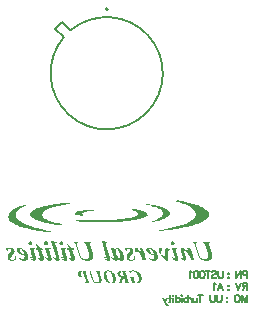
<source format=gbo>
G04*
G04 #@! TF.GenerationSoftware,Altium Limited,Altium Designer,21.8.1 (53)*
G04*
G04 Layer_Color=32896*
%FSLAX25Y25*%
%MOIN*%
G70*
G04*
G04 #@! TF.SameCoordinates,3953C7C4-12BB-4AEB-9917-3EAA161B92D5*
G04*
G04*
G04 #@! TF.FilePolarity,Positive*
G04*
G01*
G75*
%ADD11C,0.00787*%
%ADD15C,0.00500*%
G36*
X45615Y33225D02*
X45914Y33143D01*
X45805Y33089D01*
X45371Y33035D01*
X44366Y32953D01*
X43823Y32899D01*
X42953Y32845D01*
X42519Y32736D01*
X42166Y32600D01*
X41894Y32492D01*
X41486Y32410D01*
X41215Y32301D01*
X41079Y32057D01*
X41133Y31840D01*
X41215Y31758D01*
X41242Y31731D01*
X41296Y31622D01*
X41432Y31432D01*
X41405Y31296D01*
X41324Y31269D01*
X41106Y31215D01*
X40726Y31269D01*
X40183Y31324D01*
X39965Y31378D01*
X39585Y31432D01*
X39096Y31650D01*
X38716Y31813D01*
X38634Y31894D01*
X38580Y32220D01*
X38662Y32301D01*
X39042Y32519D01*
X39504Y32709D01*
X39721Y32763D01*
X40047Y32818D01*
X40672Y32899D01*
X40889Y32953D01*
X41269Y33008D01*
X42003Y33089D01*
X42410Y33171D01*
X42573Y33225D01*
X43768Y33279D01*
X45615Y33225D01*
D02*
G37*
G36*
X63271Y35155D02*
X63488Y35100D01*
X63868Y34937D01*
X64358Y34883D01*
X64575Y34829D01*
X65444Y34775D01*
X65661Y34720D01*
X65960Y34639D01*
X66395Y34476D01*
X66612Y34421D01*
X66965Y34340D01*
X67237Y34231D01*
X67291D01*
X67834Y34068D01*
X68079Y33932D01*
X68432Y33797D01*
X68649Y33742D01*
X69029Y33579D01*
X69192Y33416D01*
X69573Y33199D01*
X69681Y33145D01*
X69871Y32900D01*
X69926Y32792D01*
X70034Y32683D01*
X70252Y32303D01*
X70306Y32140D01*
X70252Y31977D01*
X70197Y31759D01*
X69926Y31379D01*
X69871Y31271D01*
X69790Y31189D01*
X69681Y31135D01*
X69518Y30972D01*
X69410Y30917D01*
X69301Y30809D01*
X69111Y30673D01*
X68758Y30537D01*
X68323Y30266D01*
X67889Y30103D01*
X67345Y29939D01*
X66965Y29776D01*
X66666Y29641D01*
X66259Y29559D01*
X66041Y29505D01*
X65498Y29451D01*
X65036Y29260D01*
X64629Y29179D01*
X64249Y29233D01*
X64222Y29369D01*
X64330Y29423D01*
X64683Y29505D01*
X65118Y29614D01*
X65335Y29831D01*
X65526Y29967D01*
X65879Y30103D01*
X66096Y30157D01*
X66476Y30320D01*
X66585Y30428D01*
X67182Y30754D01*
X67345Y30917D01*
X67454Y30972D01*
X67563Y31080D01*
X67807Y31379D01*
X67861Y31488D01*
X68079Y31814D01*
X68133Y32140D01*
X68079Y32357D01*
X67807Y32737D01*
X67753Y32846D01*
X67563Y33036D01*
X67101Y33335D01*
X66775Y33552D01*
X66259Y33742D01*
X65688Y33987D01*
X65363Y34150D01*
X65145Y34204D01*
X64819Y34258D01*
X64548Y34313D01*
X64195Y34394D01*
X63597Y34775D01*
X63162Y34829D01*
X62402Y34937D01*
X62185Y34992D01*
X62103Y35073D01*
X62130Y35100D01*
X62347Y35155D01*
X62510Y35209D01*
X63271Y35155D01*
D02*
G37*
G36*
X58517Y33469D02*
X59169Y33415D01*
X59441Y33361D01*
X59794Y33279D01*
X60229Y33171D01*
X60582Y33035D01*
X61016Y32926D01*
X61288Y32872D01*
X61641Y32790D01*
X61967Y32573D01*
X62347Y32356D01*
X62456Y32301D01*
X62646Y32111D01*
X62700Y32003D01*
X62809Y31894D01*
X62863Y31514D01*
X62565Y31215D01*
X62456Y31161D01*
X62212Y30916D01*
X61533Y30672D01*
X61234Y30536D01*
X60799Y30373D01*
X60446Y30291D01*
X60229Y30237D01*
X59848Y30183D01*
X59631Y30128D01*
X59332Y30047D01*
X58898Y29938D01*
X58626Y29884D01*
X57920Y29775D01*
X56372Y29585D01*
X56154Y29531D01*
X55041Y29395D01*
X54199Y29314D01*
X54036Y29259D01*
X52406Y29205D01*
X52243Y29151D01*
X47191Y29096D01*
X43225Y29151D01*
X42845Y29205D01*
X40835Y29259D01*
X39096Y29368D01*
X39042D01*
X38770Y29422D01*
X38553Y29476D01*
X38526Y29558D01*
X38634Y29612D01*
X39123Y29667D01*
X47218Y29721D01*
X49174Y29775D01*
X50532Y29830D01*
X51510Y29884D01*
X52162Y29938D01*
X52650Y29993D01*
X53085Y30047D01*
X53411Y30101D01*
X55014Y30291D01*
X55394Y30346D01*
X56127Y30427D01*
X56399Y30481D01*
X56833Y30590D01*
X58001Y30835D01*
X58382Y30943D01*
X58680Y31079D01*
X58952Y31188D01*
X59305Y31324D01*
X59550Y31568D01*
X59767Y31948D01*
X59713Y32166D01*
X59631Y32247D01*
X59522Y32301D01*
X59387Y32437D01*
X59088Y32682D01*
X58735Y32818D01*
X58517Y32872D01*
X58164Y32953D01*
X57893Y33062D01*
X57485Y33469D01*
X57512Y33497D01*
X58517Y33469D01*
D02*
G37*
G36*
X36516Y35425D02*
X36842Y35371D01*
X36896Y35262D01*
X36624Y35153D01*
X36407Y35099D01*
X35782Y35018D01*
X35402Y34963D01*
X34696Y34909D01*
X34316Y34855D01*
X33881Y34746D01*
X33528Y34610D01*
X33093Y34502D01*
X32523Y34420D01*
X32306Y34366D01*
X31925Y34312D01*
X31545Y34203D01*
X31328Y34148D01*
X31301Y34121D01*
X30730Y33931D01*
X30296Y33823D01*
X29616Y33524D01*
X29263Y33388D01*
X28965Y33252D01*
X28666Y33008D01*
X28394Y32845D01*
X28150Y32600D01*
X28095Y32492D01*
X27878Y32166D01*
X27742Y31975D01*
X27688Y31704D01*
X27715Y31405D01*
X27932Y31079D01*
X27987Y30970D01*
X28421Y30536D01*
X28720Y30291D01*
X29209Y30020D01*
X29318Y29965D01*
X29399Y29884D01*
X30078Y29640D01*
X30377Y29504D01*
X30812Y29341D01*
X31029Y29286D01*
X31301Y29232D01*
X31654Y29151D01*
X32115Y28960D01*
X32387Y28852D01*
X32604Y28798D01*
X33501Y28662D01*
X33935Y28553D01*
X34234Y28417D01*
X34207Y28227D01*
X33229Y28173D01*
X32360Y28227D01*
X31980Y28281D01*
X31762Y28336D01*
X31464Y28417D01*
X31246Y28471D01*
X30975Y28526D01*
X30323Y28635D01*
X29807Y28716D01*
X29589Y28770D01*
X29209Y28825D01*
X28992Y28879D01*
X28693Y28960D01*
X28421Y29069D01*
X28204Y29123D01*
X27742Y29205D01*
X27090Y29368D01*
X26792Y29504D01*
X26357Y29667D01*
X26058Y29748D01*
X25569Y29965D01*
X24754Y30400D01*
X24646Y30454D01*
X24320Y30780D01*
X24211Y30835D01*
X24130Y30916D01*
X23804Y31514D01*
X23749Y32003D01*
X24021Y32600D01*
X24157Y32736D01*
X24265Y32790D01*
X24972Y33279D01*
X25243Y33388D01*
X25922Y33687D01*
X26357Y33850D01*
X26710Y33931D01*
X27145Y34040D01*
X27444Y34121D01*
X27878Y34284D01*
X28095Y34339D01*
X28421Y34393D01*
X29128Y34502D01*
X29399Y34556D01*
X30051Y34719D01*
X30323Y34773D01*
X30540Y34828D01*
X30812Y34882D01*
X31518Y34991D01*
X32360Y35072D01*
X33120Y35181D01*
X33555Y35289D01*
X33718Y35344D01*
X34424Y35398D01*
X34587Y35452D01*
X36516Y35425D01*
D02*
G37*
G36*
X73647Y36296D02*
X73864Y36241D01*
X74489Y36051D01*
X74706Y35997D01*
X75358Y35888D01*
X75576Y35834D01*
X75847Y35780D01*
X76065Y35725D01*
X76418Y35644D01*
X76771Y35508D01*
X76988Y35454D01*
X77830Y35263D01*
X78265Y35155D01*
X78645Y34992D01*
X78917Y34883D01*
X79568Y34720D01*
X80166Y34449D01*
X80601Y34286D01*
X81198Y34014D01*
X81905Y33634D01*
X82013Y33579D01*
X82149Y33443D01*
X82448Y33199D01*
X82556Y33145D01*
X82719Y32982D01*
X82937Y32656D01*
X83290Y32140D01*
X83344Y31488D01*
X83236Y31108D01*
X82910Y30619D01*
X82855Y30510D01*
X82747Y30401D01*
X82692Y30293D01*
X82611Y30266D01*
X82502Y30157D01*
X82393Y30103D01*
X82258Y29967D01*
X81959Y29722D01*
X81253Y29342D01*
X80954Y29152D01*
X80682Y29043D01*
X80383Y28962D01*
X79976Y28717D01*
X79704Y28609D01*
X79351Y28527D01*
X78971Y28418D01*
X78400Y28174D01*
X78183Y28120D01*
X77558Y27984D01*
X77124Y27875D01*
X76825Y27794D01*
X76390Y27631D01*
X76119Y27576D01*
X75467Y27468D01*
X74951Y27386D01*
X74897D01*
X74788Y27332D01*
X74489Y27250D01*
X74272Y27196D01*
X74000Y27142D01*
X73783Y27087D01*
X73457Y27033D01*
X73185Y26979D01*
X72669Y26897D01*
X72289Y26843D01*
X71637Y26734D01*
X71338Y26653D01*
X71121Y26599D01*
X70605Y26517D01*
X70442Y26463D01*
X69247Y26408D01*
X68378Y26354D01*
X67997Y26300D01*
X67726Y26191D01*
X67345Y26137D01*
X67182Y26082D01*
X66449Y26110D01*
X66232Y26164D01*
X66259Y26245D01*
X66775Y26327D01*
X67726Y26408D01*
X67943Y26463D01*
X68350Y26707D01*
X68785Y26870D01*
X69355Y26952D01*
X69573Y27006D01*
X70116Y27060D01*
X70333Y27115D01*
X70795Y27250D01*
X71230Y27413D01*
X71583Y27495D01*
X72235Y27604D01*
X72452Y27658D01*
X72914Y27794D01*
X73348Y27957D01*
X73701Y28038D01*
X74082Y28147D01*
X74435Y28283D01*
X75277Y28581D01*
X75494Y28636D01*
X75902Y28880D01*
X76581Y29125D01*
X76907Y29342D01*
X77504Y29668D01*
X77586Y29749D01*
X77885Y29994D01*
X77993Y30048D01*
X78509Y30564D01*
X78944Y31379D01*
X78998Y31705D01*
X78781Y32411D01*
X78618Y32792D01*
X78563Y32900D01*
X78129Y33335D01*
X78075Y33443D01*
X77613Y33797D01*
X77504Y33851D01*
X77287Y34068D01*
X76689Y34394D01*
X75983Y34775D01*
X75304Y35073D01*
X74869Y35236D01*
X74652Y35291D01*
X74245Y35372D01*
X73837Y35616D01*
X73566Y35725D01*
X73348Y35780D01*
X73077Y35834D01*
X72615Y35915D01*
X72343Y36024D01*
X72262Y36105D01*
X72207Y36214D01*
X72289Y36296D01*
X72941Y36350D01*
X73647Y36296D01*
D02*
G37*
G36*
X22283Y34828D02*
X22337Y34719D01*
X22228Y34610D01*
X21875Y34475D01*
X21658Y34420D01*
X21386Y34312D01*
X21223Y34148D01*
X20734Y33877D01*
X20463Y33768D01*
X20381Y33687D01*
X20082Y33442D01*
X19974Y33388D01*
X19349Y32763D01*
X18914Y31948D01*
X18860Y31351D01*
X19132Y30753D01*
X19295Y30373D01*
X19349Y30264D01*
X19919Y29694D01*
X20028Y29640D01*
X20300Y29368D01*
X20897Y29042D01*
X21006Y28988D01*
X21142Y28852D01*
X21658Y28662D01*
X22147Y28444D01*
X22228Y28363D01*
X22744Y28173D01*
X23125Y28064D01*
X23614Y27847D01*
X23885Y27738D01*
X24537Y27575D01*
X24836Y27494D01*
X25433Y27276D01*
X25977Y27168D01*
X26330Y27086D01*
X27281Y26787D01*
X27552Y26733D01*
X27878Y26679D01*
X28449Y26597D01*
X28883Y26489D01*
X29345Y26298D01*
X29861Y26108D01*
X30621Y26000D01*
X30839Y25945D01*
X31083Y25864D01*
X31056Y25782D01*
X30730Y25674D01*
X29834Y25701D01*
X29508Y25755D01*
X29236Y25810D01*
X29019Y25864D01*
X28367Y25973D01*
X27715Y26027D01*
X27117Y26081D01*
X26683Y26136D01*
X26140Y26244D01*
X25705Y26353D01*
X24890Y26516D01*
X24238Y26625D01*
X23776Y26706D01*
X23342Y26815D01*
X22717Y27005D01*
X22500Y27059D01*
X22228Y27113D01*
X21902Y27168D01*
X21549Y27249D01*
X21305Y27331D01*
X20762Y27548D01*
X20463Y27630D01*
X20082Y27738D01*
X19159Y28173D01*
X18833Y28227D01*
X18507Y28444D01*
X17909Y28770D01*
X17692Y28988D01*
X17583Y29042D01*
X17475Y29151D01*
X17366Y29205D01*
X17122Y29449D01*
X17067Y29558D01*
X16741Y29884D01*
X16687Y29993D01*
X16578Y30264D01*
X16524Y30427D01*
X16470Y30970D01*
X16524Y31351D01*
X16633Y31785D01*
X16741Y32057D01*
X16796Y32166D01*
X16986Y32356D01*
X17230Y32655D01*
X17529Y32899D01*
X17638Y32953D01*
X17774Y33089D01*
X18072Y33334D01*
X19050Y33877D01*
X19539Y34094D01*
X19593D01*
X20055Y34339D01*
X20327Y34447D01*
X20544Y34502D01*
X20952Y34583D01*
X21386Y34855D01*
X22201Y34909D01*
X22283Y34828D01*
D02*
G37*
G36*
X71404Y22663D02*
X71552Y22607D01*
X71645Y22533D01*
X71682Y22515D01*
Y22496D01*
X71793Y22348D01*
X71848Y22200D01*
X71867Y22089D01*
Y22052D01*
Y22033D01*
X71830Y21830D01*
X71774Y21682D01*
X71719Y21589D01*
X71682Y21552D01*
X71515Y21441D01*
X71367Y21385D01*
X71256Y21367D01*
X71219D01*
X71034Y21404D01*
X70867Y21460D01*
X70775Y21515D01*
X70737Y21552D01*
X70663Y21626D01*
X70626Y21700D01*
X70552Y21867D01*
X70534Y21978D01*
Y22015D01*
Y22033D01*
Y22126D01*
X70571Y22218D01*
X70626Y22366D01*
X70701Y22459D01*
X70719Y22496D01*
X70737D01*
X70812Y22570D01*
X70886Y22607D01*
X71052Y22681D01*
X71163Y22700D01*
X71311D01*
X71404Y22663D01*
D02*
G37*
G36*
X34347Y22663D02*
X34495Y22607D01*
X34587Y22533D01*
X34624Y22515D01*
Y22496D01*
X34736Y22348D01*
X34791Y22200D01*
X34810Y22089D01*
Y22052D01*
Y22033D01*
X34773Y21830D01*
X34717Y21682D01*
X34661Y21589D01*
X34624Y21552D01*
X34458Y21441D01*
X34310Y21385D01*
X34199Y21367D01*
X34162D01*
X33977Y21404D01*
X33810Y21460D01*
X33718Y21515D01*
X33680Y21552D01*
X33606Y21626D01*
X33569Y21700D01*
X33495Y21867D01*
X33477Y21978D01*
Y22015D01*
Y22033D01*
Y22126D01*
X33514Y22218D01*
X33569Y22366D01*
X33643Y22459D01*
X33662Y22496D01*
X33680D01*
X33755Y22570D01*
X33829Y22607D01*
X33995Y22681D01*
X34106Y22700D01*
X34254D01*
X34347Y22663D01*
D02*
G37*
G36*
X29164D02*
X29312Y22607D01*
X29405Y22533D01*
X29442Y22515D01*
Y22496D01*
X29553Y22348D01*
X29608Y22200D01*
X29627Y22089D01*
Y22052D01*
Y22033D01*
X29590Y21830D01*
X29534Y21682D01*
X29479Y21589D01*
X29442Y21552D01*
X29275Y21441D01*
X29127Y21385D01*
X29016Y21367D01*
X28979D01*
X28794Y21404D01*
X28627Y21460D01*
X28535Y21515D01*
X28498Y21552D01*
X28424Y21626D01*
X28387Y21700D01*
X28313Y21867D01*
X28294Y21978D01*
Y22015D01*
Y22033D01*
Y22126D01*
X28331Y22218D01*
X28387Y22366D01*
X28461Y22459D01*
X28479Y22496D01*
X28498D01*
X28572Y22570D01*
X28646Y22607D01*
X28812Y22681D01*
X28923Y22700D01*
X29072D01*
X29164Y22663D01*
D02*
G37*
G36*
X23981D02*
X24129Y22607D01*
X24222Y22533D01*
X24259Y22515D01*
Y22496D01*
X24370Y22348D01*
X24426Y22200D01*
X24444Y22089D01*
Y22052D01*
Y22033D01*
X24407Y21830D01*
X24351Y21682D01*
X24296Y21589D01*
X24259Y21552D01*
X24092Y21441D01*
X23944Y21385D01*
X23833Y21367D01*
X23796D01*
X23611Y21404D01*
X23445Y21460D01*
X23352Y21515D01*
X23315Y21552D01*
X23241Y21626D01*
X23204Y21700D01*
X23130Y21867D01*
X23111Y21978D01*
Y22015D01*
Y22033D01*
Y22126D01*
X23148Y22218D01*
X23204Y22366D01*
X23278Y22459D01*
X23296Y22496D01*
X23315D01*
X23389Y22570D01*
X23463Y22607D01*
X23630Y22681D01*
X23741Y22700D01*
X23889D01*
X23981Y22663D01*
D02*
G37*
G36*
X57003Y20571D02*
X57170Y20552D01*
X57336Y20497D01*
X57466Y20441D01*
X57577Y20386D01*
X57651Y20349D01*
X57706Y20312D01*
X57725Y20293D01*
X57855Y20164D01*
X57966Y20034D01*
X58040Y19886D01*
X58077Y19738D01*
X58114Y19609D01*
X58132Y19516D01*
Y19442D01*
Y19423D01*
X58114Y19220D01*
X58077Y19053D01*
X58040Y18942D01*
X58021Y18924D01*
Y18905D01*
X57947Y18776D01*
X57855Y18646D01*
X57614Y18350D01*
X57521Y18220D01*
X57429Y18109D01*
X57355Y18035D01*
X57336Y18017D01*
X57133Y17795D01*
X56985Y17591D01*
X56874Y17406D01*
X56818Y17258D01*
X56762Y17147D01*
X56744Y17054D01*
Y16999D01*
Y16980D01*
X56762Y16832D01*
X56818Y16721D01*
X56892Y16628D01*
X56911Y16610D01*
X57040Y16517D01*
X57170Y16480D01*
X57281Y16462D01*
X57318D01*
X57466Y16480D01*
X57614Y16536D01*
X57706Y16573D01*
X57725Y16591D01*
X57744D01*
X57929Y16739D01*
X58077Y16906D01*
X58114Y16980D01*
X58151Y17036D01*
X58188Y17073D01*
Y17091D01*
X58225Y17184D01*
X58262Y17276D01*
X58317Y17498D01*
X58354Y17609D01*
X58373Y17683D01*
X58391Y17739D01*
Y17758D01*
X58558D01*
X58780Y16240D01*
X58614D01*
X58521Y16351D01*
X58410Y16406D01*
X58336Y16425D01*
X58299D01*
X58188Y16406D01*
X58077Y16388D01*
X57966Y16369D01*
X57947Y16351D01*
X57929D01*
X57670Y16295D01*
X57466Y16258D01*
X57392Y16240D01*
X57281D01*
X57003Y16277D01*
X56762Y16332D01*
X56670Y16369D01*
X56596Y16388D01*
X56559Y16425D01*
X56540D01*
X56300Y16591D01*
X56115Y16777D01*
X55985Y16980D01*
X55892Y17165D01*
X55837Y17350D01*
X55818Y17498D01*
X55800Y17591D01*
Y17628D01*
X55818Y17795D01*
X55856Y17961D01*
X55911Y18109D01*
X55967Y18257D01*
X56041Y18387D01*
X56096Y18479D01*
X56133Y18535D01*
X56152Y18553D01*
X56207Y18628D01*
X56300Y18738D01*
X56522Y18998D01*
X56633Y19109D01*
X56726Y19220D01*
X56800Y19294D01*
X56818Y19312D01*
X56929Y19442D01*
X57003Y19553D01*
X57059Y19664D01*
X57096Y19757D01*
X57114Y19831D01*
X57133Y19886D01*
Y19905D01*
Y19923D01*
X57114Y20071D01*
X57059Y20164D01*
X56985Y20238D01*
X56892Y20293D01*
X56818Y20330D01*
X56744Y20349D01*
X56670D01*
X56522Y20330D01*
X56374Y20293D01*
X56263Y20219D01*
X56152Y20164D01*
X56078Y20090D01*
X56022Y20016D01*
X55985Y19979D01*
X55967Y19960D01*
X55892Y19831D01*
X55818Y19682D01*
X55744Y19442D01*
X55707Y19331D01*
X55689Y19257D01*
Y19201D01*
Y19183D01*
X55522D01*
X55319Y20590D01*
X55485D01*
X55578Y20497D01*
X55670Y20460D01*
X55744Y20441D01*
X55874D01*
X55985Y20460D01*
X56059Y20479D01*
X56096D01*
X56374Y20552D01*
X56503Y20571D01*
X56596D01*
X56688Y20590D01*
X56800D01*
X57003Y20571D01*
D02*
G37*
G36*
X17355D02*
X17521Y20552D01*
X17688Y20497D01*
X17817Y20441D01*
X17929Y20386D01*
X18002Y20349D01*
X18058Y20312D01*
X18077Y20293D01*
X18206Y20164D01*
X18317Y20034D01*
X18391Y19886D01*
X18428Y19738D01*
X18465Y19609D01*
X18484Y19516D01*
Y19442D01*
Y19423D01*
X18465Y19220D01*
X18428Y19053D01*
X18391Y18942D01*
X18373Y18924D01*
Y18905D01*
X18299Y18776D01*
X18206Y18646D01*
X17966Y18350D01*
X17873Y18220D01*
X17780Y18109D01*
X17706Y18035D01*
X17688Y18017D01*
X17484Y17795D01*
X17336Y17591D01*
X17225Y17406D01*
X17170Y17258D01*
X17114Y17147D01*
X17096Y17054D01*
Y16999D01*
Y16980D01*
X17114Y16832D01*
X17170Y16721D01*
X17244Y16628D01*
X17262Y16610D01*
X17392Y16517D01*
X17521Y16480D01*
X17632Y16462D01*
X17669D01*
X17817Y16480D01*
X17966Y16536D01*
X18058Y16573D01*
X18077Y16591D01*
X18095D01*
X18280Y16739D01*
X18428Y16906D01*
X18465Y16980D01*
X18502Y17036D01*
X18539Y17073D01*
Y17091D01*
X18576Y17184D01*
X18613Y17276D01*
X18669Y17498D01*
X18706Y17609D01*
X18724Y17683D01*
X18743Y17739D01*
Y17758D01*
X18910D01*
X19132Y16240D01*
X18965D01*
X18872Y16351D01*
X18762Y16406D01*
X18687Y16425D01*
X18650D01*
X18539Y16406D01*
X18428Y16388D01*
X18317Y16369D01*
X18299Y16351D01*
X18280D01*
X18021Y16295D01*
X17817Y16258D01*
X17743Y16240D01*
X17632D01*
X17355Y16277D01*
X17114Y16332D01*
X17021Y16369D01*
X16948Y16388D01*
X16910Y16425D01*
X16892D01*
X16651Y16591D01*
X16466Y16777D01*
X16337Y16980D01*
X16244Y17165D01*
X16189Y17350D01*
X16170Y17498D01*
X16152Y17591D01*
Y17628D01*
X16170Y17795D01*
X16207Y17961D01*
X16263Y18109D01*
X16318Y18257D01*
X16392Y18387D01*
X16448Y18479D01*
X16485Y18535D01*
X16503Y18553D01*
X16559Y18628D01*
X16651Y18738D01*
X16873Y18998D01*
X16984Y19109D01*
X17077Y19220D01*
X17151Y19294D01*
X17170Y19312D01*
X17281Y19442D01*
X17355Y19553D01*
X17410Y19664D01*
X17447Y19757D01*
X17466Y19831D01*
X17484Y19886D01*
Y19905D01*
Y19923D01*
X17466Y20071D01*
X17410Y20164D01*
X17336Y20238D01*
X17244Y20293D01*
X17170Y20330D01*
X17096Y20349D01*
X17021D01*
X16873Y20330D01*
X16725Y20293D01*
X16614Y20219D01*
X16503Y20164D01*
X16429Y20090D01*
X16374Y20016D01*
X16337Y19979D01*
X16318Y19960D01*
X16244Y19831D01*
X16170Y19682D01*
X16096Y19442D01*
X16059Y19331D01*
X16040Y19257D01*
Y19201D01*
Y19183D01*
X15874D01*
X15670Y20590D01*
X15837D01*
X15929Y20497D01*
X16022Y20460D01*
X16096Y20441D01*
X16226D01*
X16337Y20460D01*
X16411Y20479D01*
X16448D01*
X16725Y20552D01*
X16855Y20571D01*
X16948D01*
X17040Y20590D01*
X17151D01*
X17355Y20571D01*
D02*
G37*
G36*
X52746D02*
X52931Y20516D01*
X53097Y20460D01*
X53246Y20386D01*
X53375Y20293D01*
X53468Y20238D01*
X53542Y20182D01*
X53560Y20164D01*
X53764Y19979D01*
X53949Y19775D01*
X54134Y19571D01*
X54282Y19368D01*
X54393Y19183D01*
X54486Y19035D01*
X54541Y18942D01*
X54560Y18924D01*
Y18905D01*
X54689Y18609D01*
X54800Y18313D01*
X54874Y18054D01*
X54912Y17813D01*
X54949Y17628D01*
X54967Y17480D01*
Y17387D01*
Y17350D01*
X54949Y17147D01*
X54930Y16980D01*
X54893Y16832D01*
X54838Y16702D01*
X54782Y16610D01*
X54726Y16517D01*
X54578Y16388D01*
X54430Y16295D01*
X54319Y16258D01*
X54227Y16240D01*
X54190D01*
X54079Y16258D01*
X53967Y16277D01*
X53764Y16351D01*
X53690Y16388D01*
X53634Y16406D01*
X53597Y16443D01*
X53579D01*
X53394Y16610D01*
X53227Y16814D01*
X53042Y17017D01*
X52894Y17239D01*
X52764Y17424D01*
X52672Y17591D01*
X52598Y17702D01*
X52587Y17713D01*
X52690Y17369D01*
X52727Y17202D01*
X52764Y17054D01*
X52783Y16943D01*
X52801Y16850D01*
X52820Y16777D01*
Y16739D01*
Y16702D01*
X52801Y16554D01*
X52746Y16443D01*
X52653Y16351D01*
X52561Y16295D01*
X52468Y16258D01*
X52376Y16240D01*
X52302D01*
X52135Y16258D01*
X51987Y16295D01*
X51839Y16351D01*
X51691Y16425D01*
X51450Y16591D01*
X51228Y16814D01*
X51043Y17017D01*
X50913Y17202D01*
X50858Y17258D01*
X50839Y17313D01*
X50802Y17350D01*
Y17369D01*
X50969Y17461D01*
X51061Y17332D01*
X51135Y17239D01*
X51191Y17165D01*
X51228Y17110D01*
X51284Y17036D01*
X51302Y17017D01*
X51413Y16943D01*
X51487Y16906D01*
X51543Y16887D01*
X51561D01*
X51635Y16906D01*
X51672Y16962D01*
X51691Y16999D01*
Y17017D01*
X51672Y17091D01*
Y17128D01*
X50691Y20534D01*
X51783Y20460D01*
X51931Y19905D01*
X51987Y20127D01*
X52079Y20293D01*
X52191Y20423D01*
X52302Y20497D01*
X52413Y20552D01*
X52487Y20571D01*
X52561Y20590D01*
X52579D01*
X52746Y20571D01*
D02*
G37*
G36*
X77827Y20312D02*
X77864Y20145D01*
X77716D01*
X77623Y20127D01*
X77586Y20108D01*
X77568D01*
X77475Y20053D01*
X77438Y19979D01*
X77420Y19923D01*
Y19905D01*
Y19812D01*
X77438Y19720D01*
X77475Y19516D01*
X77494Y19423D01*
X77512Y19349D01*
X77531Y19294D01*
Y19275D01*
X78382Y16369D01*
X77235D01*
X76846Y17702D01*
X76624Y18128D01*
X76402Y18479D01*
X76198Y18794D01*
X76013Y19053D01*
X75846Y19238D01*
X75735Y19386D01*
X75643Y19460D01*
X75624Y19497D01*
X75532Y19571D01*
X75458Y19646D01*
X75328Y19701D01*
X75254Y19738D01*
X75217D01*
X75143Y19720D01*
X75106Y19682D01*
X75087Y19627D01*
Y19609D01*
Y19534D01*
X75106Y19442D01*
X75124Y19368D01*
X75143Y19349D01*
Y19331D01*
X75717Y17387D01*
X75772Y17147D01*
X75791Y16962D01*
X75809Y16850D01*
Y16832D01*
Y16814D01*
X75791Y16647D01*
X75717Y16517D01*
X75624Y16443D01*
X75513Y16369D01*
X75402Y16332D01*
X75309Y16314D01*
X75217D01*
X75087Y16332D01*
X74939Y16369D01*
X74810Y16425D01*
X74680Y16499D01*
X74440Y16665D01*
X74236Y16887D01*
X74051Y17091D01*
X73921Y17276D01*
X73884Y17332D01*
X73847Y17387D01*
X73810Y17424D01*
Y17443D01*
X73995Y17554D01*
X74051Y17461D01*
X74088Y17406D01*
X74125Y17369D01*
Y17350D01*
X74236Y17184D01*
X74347Y17073D01*
X74421Y16999D01*
X74440Y16980D01*
X74495Y16943D01*
X74532D01*
X74588Y16962D01*
X74625Y16999D01*
X74643Y17036D01*
Y17054D01*
X74625Y17147D01*
X74606Y17258D01*
X74588Y17350D01*
X74569Y17369D01*
Y17387D01*
X73995Y19331D01*
X73921Y19590D01*
X73903Y19775D01*
X73884Y19849D01*
Y19905D01*
Y19923D01*
Y19942D01*
X73903Y20127D01*
X73958Y20256D01*
X74014Y20349D01*
X74032Y20386D01*
X74106Y20460D01*
X74162Y20497D01*
X74310Y20571D01*
X74421Y20590D01*
X74569D01*
X74680Y20552D01*
X74902Y20460D01*
X75106Y20330D01*
X75309Y20201D01*
X75476Y20053D01*
X75624Y19923D01*
X75698Y19831D01*
X75735Y19812D01*
Y19794D01*
X75846Y19664D01*
X75976Y19479D01*
X76105Y19294D01*
X76253Y19109D01*
X76365Y18924D01*
X76476Y18776D01*
X76550Y18665D01*
X76561Y18653D01*
X76013Y20590D01*
X76291D01*
X77827Y20312D01*
D02*
G37*
G36*
X61853Y20293D02*
X61890Y20164D01*
X61742D01*
X61649Y20145D01*
X61594Y20127D01*
X61575D01*
X61483Y20053D01*
X61427Y19960D01*
X61409Y19868D01*
Y19849D01*
Y19831D01*
Y19775D01*
X61427Y19720D01*
X61445Y19553D01*
X61464Y19479D01*
X61483Y19423D01*
X61501Y19386D01*
Y19368D01*
X62241Y16369D01*
X61149D01*
X61057Y16702D01*
X60983Y16980D01*
X60927Y17202D01*
X60872Y17387D01*
X60835Y17517D01*
X60798Y17591D01*
X60779Y17646D01*
Y17665D01*
X60631Y18054D01*
X60483Y18368D01*
X60353Y18646D01*
X60242Y18850D01*
X60150Y19016D01*
X60076Y19127D01*
X60039Y19201D01*
X60020Y19220D01*
X59946Y19312D01*
X59872Y19386D01*
X59798Y19442D01*
X59743Y19479D01*
X59669Y19516D01*
X59650D01*
X59595Y19497D01*
X59576Y19479D01*
X59557Y19442D01*
X59502Y19368D01*
X59465Y19294D01*
X59446Y19275D01*
Y19257D01*
X59372Y19183D01*
X59280Y19146D01*
X59206Y19127D01*
X59187D01*
X59058Y19164D01*
X58965Y19220D01*
X58891Y19275D01*
X58873Y19312D01*
X58799Y19423D01*
X58743Y19553D01*
X58669Y19794D01*
Y19905D01*
X58650Y19979D01*
Y20034D01*
Y20053D01*
X58669Y20238D01*
X58724Y20367D01*
X58799Y20460D01*
X58873Y20516D01*
X58947Y20571D01*
X59021Y20590D01*
X59095D01*
X59187Y20571D01*
X59298Y20552D01*
X59465Y20460D01*
X59576Y20367D01*
X59595Y20349D01*
X59613Y20330D01*
X59706Y20238D01*
X59798Y20108D01*
X59891Y19960D01*
X59983Y19775D01*
X60205Y19405D01*
X60409Y19016D01*
X60594Y18628D01*
X60687Y18461D01*
X60742Y18313D01*
X60816Y18202D01*
X60853Y18091D01*
X60872Y18035D01*
X60890Y18017D01*
X60205Y20590D01*
X60483D01*
X61853Y20293D01*
D02*
G37*
G36*
X70460Y20182D02*
Y20016D01*
X70330Y20034D01*
X70275D01*
X70164Y20016D01*
X70090Y19960D01*
X69942Y19812D01*
X69905Y19738D01*
X69868Y19664D01*
X69849Y19627D01*
Y19609D01*
X69793Y19442D01*
X69757Y19257D01*
X69683Y18813D01*
X69646Y18350D01*
X69608Y17887D01*
X69590Y17665D01*
Y17461D01*
X69571Y17276D01*
Y17110D01*
Y16980D01*
Y16887D01*
Y16814D01*
Y16795D01*
Y16628D01*
Y16443D01*
Y16369D01*
Y16295D01*
Y16258D01*
Y16240D01*
X69423D01*
X69016Y16573D01*
X68664Y16887D01*
X68368Y17147D01*
X68109Y17387D01*
X67924Y17572D01*
X67776Y17702D01*
X67702Y17776D01*
X67665Y17813D01*
X67424Y18072D01*
X67239Y18313D01*
X67165Y18405D01*
X67110Y18479D01*
X67073Y18535D01*
X67054Y18553D01*
X66887Y18831D01*
X66758Y19090D01*
X66684Y19312D01*
X66610Y19497D01*
X66573Y19664D01*
X66554Y19794D01*
Y19868D01*
Y19886D01*
Y19997D01*
X66591Y20108D01*
X66647Y20275D01*
X66721Y20386D01*
X66739Y20404D01*
X66758Y20423D01*
X66869Y20516D01*
X66998Y20571D01*
X67110Y20590D01*
X67147D01*
X67332Y20571D01*
X67461Y20497D01*
X67554Y20404D01*
X67609Y20312D01*
X67646Y20201D01*
X67683Y20108D01*
Y20034D01*
Y20016D01*
Y19942D01*
X67665Y19886D01*
X67646Y19849D01*
Y19831D01*
X67628Y19794D01*
X67609Y19757D01*
X67535Y19627D01*
X67480Y19534D01*
X67443Y19497D01*
Y19479D01*
X67350Y19331D01*
X67313Y19201D01*
X67295Y19127D01*
Y19090D01*
X67313Y18979D01*
X67350Y18850D01*
X67406Y18720D01*
X67480Y18590D01*
X67665Y18294D01*
X67887Y18017D01*
X68109Y17776D01*
X68294Y17572D01*
X68368Y17498D01*
X68424Y17443D01*
X68461Y17406D01*
X68479Y17387D01*
X68498Y18091D01*
X68516Y18405D01*
X68535Y18701D01*
X68572Y18998D01*
X68609Y19257D01*
X68646Y19497D01*
X68701Y19720D01*
X68739Y19923D01*
X68775Y20090D01*
X68813Y20238D01*
X68849Y20367D01*
X68887Y20460D01*
X68905Y20534D01*
X68924Y20571D01*
Y20590D01*
X70460Y20182D01*
D02*
G37*
G36*
X72737Y20330D02*
X72792Y20164D01*
X72644D01*
X72533Y20145D01*
X72459Y20127D01*
X72385Y20090D01*
X72348Y20034D01*
X72311Y19942D01*
Y19923D01*
Y19905D01*
X72329Y19757D01*
X72348Y19609D01*
X72366Y19534D01*
X72385Y19479D01*
X72403Y19442D01*
Y19423D01*
X73033Y17239D01*
X73070Y17073D01*
X73088Y16925D01*
X73107Y16850D01*
Y16814D01*
X73070Y16628D01*
X72996Y16480D01*
X72903Y16388D01*
X72774Y16314D01*
X72663Y16277D01*
X72552Y16258D01*
X72478Y16240D01*
X72459D01*
X72311Y16258D01*
X72181Y16295D01*
X72033Y16351D01*
X71904Y16425D01*
X71663Y16610D01*
X71441Y16832D01*
X71256Y17054D01*
X71126Y17239D01*
X71071Y17313D01*
X71034Y17369D01*
X70997Y17406D01*
Y17424D01*
X71163Y17535D01*
X71256Y17387D01*
X71367Y17258D01*
X71441Y17147D01*
X71515Y17054D01*
X71570Y16980D01*
X71626Y16943D01*
X71645Y16925D01*
X71663Y16906D01*
X71719Y16869D01*
X71756Y16850D01*
X71811D01*
X71885Y16869D01*
X71922Y16925D01*
X71941Y16962D01*
Y16980D01*
X71922Y17073D01*
X71904Y17202D01*
X71885Y17313D01*
X71867Y17332D01*
Y17350D01*
X70923Y20590D01*
X71200D01*
X72737Y20330D01*
D02*
G37*
G36*
X49358Y22422D02*
X49395Y22255D01*
X49247D01*
X49136Y22218D01*
X49044Y22181D01*
X48988Y22126D01*
X48951Y22089D01*
X48933Y22033D01*
Y22015D01*
Y21996D01*
Y21941D01*
X48951Y21885D01*
X48970Y21719D01*
X48988Y21645D01*
X49007Y21589D01*
X49025Y21552D01*
Y21533D01*
X50266Y17332D01*
X50321Y17091D01*
X50340Y16925D01*
X50358Y16814D01*
Y16777D01*
X50321Y16591D01*
X50247Y16462D01*
X50154Y16369D01*
X50025Y16314D01*
X49914Y16277D01*
X49803Y16240D01*
X49710D01*
X49581Y16258D01*
X49433Y16295D01*
X49303Y16351D01*
X49173Y16425D01*
X48933Y16610D01*
X48711Y16832D01*
X48526Y17054D01*
X48377Y17239D01*
X48322Y17313D01*
X48285Y17369D01*
X48248Y17406D01*
Y17424D01*
X48433Y17517D01*
X48526Y17369D01*
X48618Y17239D01*
X48692Y17128D01*
X48766Y17054D01*
X48822Y16980D01*
X48877Y16943D01*
X48896Y16925D01*
X48914Y16906D01*
X48970Y16869D01*
X49007Y16850D01*
X49062D01*
X49136Y16869D01*
X49173Y16925D01*
X49192Y16962D01*
Y16980D01*
Y17036D01*
X49173Y17110D01*
X49118Y17313D01*
X49099Y17406D01*
X49081Y17480D01*
X49062Y17535D01*
Y17554D01*
X47563Y22700D01*
X47841D01*
X49358Y22422D01*
D02*
G37*
G36*
X35680Y20330D02*
X35735Y20164D01*
X35587D01*
X35476Y20145D01*
X35402Y20127D01*
X35328Y20090D01*
X35291Y20034D01*
X35254Y19942D01*
Y19923D01*
Y19905D01*
X35272Y19757D01*
X35291Y19609D01*
X35309Y19534D01*
X35328Y19479D01*
X35346Y19442D01*
Y19423D01*
X35976Y17239D01*
X36013Y17073D01*
X36031Y16925D01*
X36050Y16850D01*
Y16814D01*
X36013Y16628D01*
X35939Y16480D01*
X35846Y16388D01*
X35717Y16314D01*
X35606Y16277D01*
X35495Y16258D01*
X35421Y16240D01*
X35402D01*
X35254Y16258D01*
X35124Y16295D01*
X34976Y16351D01*
X34847Y16425D01*
X34606Y16610D01*
X34384Y16832D01*
X34199Y17054D01*
X34069Y17239D01*
X34014Y17313D01*
X33977Y17369D01*
X33940Y17406D01*
Y17424D01*
X34106Y17535D01*
X34199Y17387D01*
X34310Y17258D01*
X34384Y17147D01*
X34458Y17054D01*
X34514Y16980D01*
X34569Y16943D01*
X34587Y16925D01*
X34606Y16906D01*
X34661Y16869D01*
X34699Y16850D01*
X34754D01*
X34828Y16869D01*
X34865Y16925D01*
X34884Y16962D01*
Y16980D01*
X34865Y17073D01*
X34847Y17202D01*
X34828Y17313D01*
X34810Y17332D01*
Y17350D01*
X33866Y20590D01*
X34143D01*
X35680Y20330D01*
D02*
G37*
G36*
X32514Y22422D02*
X32551Y22255D01*
X32403D01*
X32292Y22218D01*
X32200Y22181D01*
X32144Y22126D01*
X32107Y22089D01*
X32089Y22033D01*
Y22015D01*
Y21996D01*
Y21941D01*
X32107Y21885D01*
X32126Y21719D01*
X32144Y21645D01*
X32163Y21589D01*
X32181Y21552D01*
Y21533D01*
X33421Y17332D01*
X33477Y17091D01*
X33495Y16925D01*
X33514Y16814D01*
Y16777D01*
X33477Y16591D01*
X33403Y16462D01*
X33310Y16369D01*
X33181Y16314D01*
X33070Y16277D01*
X32959Y16240D01*
X32866D01*
X32737Y16258D01*
X32588Y16295D01*
X32459Y16351D01*
X32329Y16425D01*
X32089Y16610D01*
X31866Y16832D01*
X31681Y17054D01*
X31533Y17239D01*
X31478Y17313D01*
X31441Y17369D01*
X31404Y17406D01*
Y17424D01*
X31589Y17517D01*
X31681Y17369D01*
X31774Y17239D01*
X31848Y17128D01*
X31922Y17054D01*
X31978Y16980D01*
X32033Y16943D01*
X32052Y16925D01*
X32070Y16906D01*
X32126Y16869D01*
X32163Y16850D01*
X32218D01*
X32292Y16869D01*
X32329Y16925D01*
X32348Y16962D01*
Y16980D01*
Y17036D01*
X32329Y17110D01*
X32274Y17313D01*
X32255Y17406D01*
X32237Y17480D01*
X32218Y17535D01*
Y17554D01*
X30719Y22700D01*
X30997D01*
X32514Y22422D01*
D02*
G37*
G36*
X30497Y20330D02*
X30552Y20164D01*
X30404D01*
X30293Y20145D01*
X30219Y20127D01*
X30145Y20090D01*
X30108Y20034D01*
X30071Y19942D01*
Y19923D01*
Y19905D01*
X30090Y19757D01*
X30108Y19609D01*
X30127Y19534D01*
X30145Y19479D01*
X30164Y19442D01*
Y19423D01*
X30793Y17239D01*
X30830Y17073D01*
X30849Y16925D01*
X30867Y16850D01*
Y16814D01*
X30830Y16628D01*
X30756Y16480D01*
X30663Y16388D01*
X30534Y16314D01*
X30423Y16277D01*
X30312Y16258D01*
X30238Y16240D01*
X30219D01*
X30071Y16258D01*
X29941Y16295D01*
X29793Y16351D01*
X29664Y16425D01*
X29423Y16610D01*
X29201Y16832D01*
X29016Y17054D01*
X28886Y17239D01*
X28831Y17313D01*
X28794Y17369D01*
X28757Y17406D01*
Y17424D01*
X28923Y17535D01*
X29016Y17387D01*
X29127Y17258D01*
X29201Y17147D01*
X29275Y17054D01*
X29331Y16980D01*
X29386Y16943D01*
X29405Y16925D01*
X29423Y16906D01*
X29479Y16869D01*
X29516Y16850D01*
X29571D01*
X29645Y16869D01*
X29682Y16925D01*
X29701Y16962D01*
Y16980D01*
X29682Y17073D01*
X29664Y17202D01*
X29645Y17313D01*
X29627Y17332D01*
Y17350D01*
X28683Y20590D01*
X28960D01*
X30497Y20330D01*
D02*
G37*
G36*
X25314D02*
X25370Y20164D01*
X25221D01*
X25110Y20145D01*
X25036Y20127D01*
X24962Y20090D01*
X24925Y20034D01*
X24888Y19942D01*
Y19923D01*
Y19905D01*
X24907Y19757D01*
X24925Y19609D01*
X24944Y19534D01*
X24962Y19479D01*
X24981Y19442D01*
Y19423D01*
X25610Y17239D01*
X25647Y17073D01*
X25666Y16925D01*
X25684Y16850D01*
Y16814D01*
X25647Y16628D01*
X25573Y16480D01*
X25481Y16388D01*
X25351Y16314D01*
X25240Y16277D01*
X25129Y16258D01*
X25055Y16240D01*
X25036D01*
X24888Y16258D01*
X24759Y16295D01*
X24611Y16351D01*
X24481Y16425D01*
X24240Y16610D01*
X24018Y16832D01*
X23833Y17054D01*
X23704Y17239D01*
X23648Y17313D01*
X23611Y17369D01*
X23574Y17406D01*
Y17424D01*
X23741Y17535D01*
X23833Y17387D01*
X23944Y17258D01*
X24018Y17147D01*
X24092Y17054D01*
X24148Y16980D01*
X24203Y16943D01*
X24222Y16925D01*
X24240Y16906D01*
X24296Y16869D01*
X24333Y16850D01*
X24388D01*
X24463Y16869D01*
X24500Y16925D01*
X24518Y16962D01*
Y16980D01*
X24500Y17073D01*
X24481Y17202D01*
X24463Y17313D01*
X24444Y17332D01*
Y17350D01*
X23500Y20590D01*
X23778D01*
X25314Y20330D01*
D02*
G37*
G36*
X63500Y20571D02*
X63778Y20516D01*
X64037Y20441D01*
X64259Y20367D01*
X64463Y20275D01*
X64611Y20201D01*
X64703Y20145D01*
X64740Y20127D01*
X64999Y19960D01*
X65222Y19775D01*
X65407Y19571D01*
X65573Y19386D01*
X65703Y19238D01*
X65814Y19090D01*
X65869Y19016D01*
X65888Y18979D01*
X66036Y18701D01*
X66147Y18424D01*
X66240Y18165D01*
X66295Y17943D01*
X66332Y17739D01*
X66351Y17572D01*
Y17480D01*
Y17461D01*
Y17443D01*
X66332Y17239D01*
X66295Y17054D01*
X66221Y16887D01*
X66147Y16739D01*
X66036Y16628D01*
X65925Y16536D01*
X65666Y16388D01*
X65425Y16295D01*
X65203Y16258D01*
X65129Y16240D01*
X64999D01*
X64777Y16258D01*
X64574Y16295D01*
X64370Y16351D01*
X64185Y16425D01*
X63815Y16610D01*
X63500Y16832D01*
X63241Y17036D01*
X63037Y17221D01*
X62963Y17295D01*
X62908Y17350D01*
X62889Y17387D01*
X62871Y17406D01*
X63019Y17535D01*
X63297Y17295D01*
X63556Y17128D01*
X63796Y16999D01*
X64000Y16925D01*
X64166Y16869D01*
X64296Y16850D01*
X64370Y16832D01*
X64407D01*
X64648Y16869D01*
X64833Y16943D01*
X64944Y17073D01*
X65036Y17202D01*
X65092Y17332D01*
X65110Y17461D01*
X65129Y17535D01*
Y17572D01*
Y17720D01*
X65110Y17887D01*
Y17961D01*
X65092Y18017D01*
Y18054D01*
Y18072D01*
X64888Y18091D01*
X64722Y18109D01*
X64574Y18128D01*
X64444Y18146D01*
X64333Y18165D01*
X64259Y18183D01*
X64222Y18202D01*
X64204D01*
X63833Y18331D01*
X63500Y18498D01*
X63241Y18683D01*
X63019Y18868D01*
X62852Y19035D01*
X62741Y19164D01*
X62667Y19257D01*
X62649Y19294D01*
X62575Y19405D01*
X62538Y19534D01*
X62464Y19738D01*
Y19812D01*
X62445Y19886D01*
Y19923D01*
Y19942D01*
X62482Y20164D01*
X62575Y20312D01*
X62686Y20423D01*
X62834Y20516D01*
X62982Y20552D01*
X63093Y20571D01*
X63186Y20590D01*
X63222D01*
X63500Y20571D01*
D02*
G37*
G36*
X20224Y20571D02*
X20501Y20516D01*
X20761Y20441D01*
X20983Y20367D01*
X21186Y20275D01*
X21334Y20201D01*
X21427Y20145D01*
X21464Y20127D01*
X21723Y19960D01*
X21945Y19775D01*
X22130Y19571D01*
X22297Y19386D01*
X22426Y19238D01*
X22537Y19090D01*
X22593Y19016D01*
X22612Y18979D01*
X22760Y18701D01*
X22871Y18424D01*
X22963Y18165D01*
X23019Y17943D01*
X23056Y17739D01*
X23074Y17572D01*
Y17480D01*
Y17461D01*
Y17443D01*
X23056Y17239D01*
X23019Y17054D01*
X22945Y16887D01*
X22871Y16739D01*
X22760Y16628D01*
X22649Y16536D01*
X22389Y16388D01*
X22149Y16295D01*
X21927Y16258D01*
X21853Y16240D01*
X21723D01*
X21501Y16258D01*
X21297Y16295D01*
X21094Y16351D01*
X20909Y16425D01*
X20538Y16610D01*
X20224Y16832D01*
X19965Y17036D01*
X19761Y17221D01*
X19687Y17295D01*
X19631Y17350D01*
X19613Y17387D01*
X19594Y17406D01*
X19742Y17535D01*
X20020Y17295D01*
X20279Y17128D01*
X20520Y16999D01*
X20723Y16925D01*
X20890Y16869D01*
X21020Y16850D01*
X21094Y16832D01*
X21131D01*
X21371Y16869D01*
X21556Y16943D01*
X21667Y17073D01*
X21760Y17202D01*
X21816Y17332D01*
X21834Y17461D01*
X21853Y17535D01*
Y17572D01*
Y17720D01*
X21834Y17887D01*
Y17961D01*
X21816Y18017D01*
Y18054D01*
Y18072D01*
X21612Y18091D01*
X21445Y18109D01*
X21297Y18128D01*
X21168Y18146D01*
X21057Y18165D01*
X20983Y18183D01*
X20946Y18202D01*
X20927D01*
X20557Y18331D01*
X20224Y18498D01*
X19965Y18683D01*
X19742Y18868D01*
X19576Y19035D01*
X19465Y19164D01*
X19391Y19257D01*
X19372Y19294D01*
X19298Y19405D01*
X19261Y19534D01*
X19187Y19738D01*
Y19812D01*
X19169Y19886D01*
Y19923D01*
Y19942D01*
X19206Y20164D01*
X19298Y20312D01*
X19409Y20423D01*
X19557Y20516D01*
X19705Y20552D01*
X19816Y20571D01*
X19909Y20590D01*
X19946D01*
X20224Y20571D01*
D02*
G37*
G36*
X36735Y21330D02*
X37086Y21034D01*
X37401Y20793D01*
X37716Y20590D01*
X37975Y20441D01*
X38160Y20349D01*
X38234Y20312D01*
X38289Y20293D01*
X38326Y20275D01*
X38345D01*
X38419Y19942D01*
X37808D01*
X38530Y17461D01*
X38586Y17184D01*
X38623Y17073D01*
Y16980D01*
X38641Y16906D01*
Y16850D01*
Y16814D01*
Y16795D01*
X38604Y16610D01*
X38530Y16480D01*
X38438Y16369D01*
X38308Y16314D01*
X38197Y16277D01*
X38086Y16258D01*
X38012Y16240D01*
X37993D01*
X37845Y16258D01*
X37697Y16277D01*
X37420Y16406D01*
X37179Y16573D01*
X36957Y16758D01*
X36790Y16943D01*
X36661Y17110D01*
X36568Y17239D01*
X36550Y17258D01*
Y17276D01*
X36716Y17387D01*
X36809Y17239D01*
X36901Y17128D01*
X36994Y17036D01*
X37068Y16943D01*
X37123Y16887D01*
X37160Y16850D01*
X37179Y16814D01*
X37197D01*
X37253Y16777D01*
X37308Y16758D01*
X37364D01*
X37438Y16777D01*
X37475Y16832D01*
X37494Y16887D01*
Y16906D01*
X37475Y17017D01*
X37457Y17147D01*
X37438Y17258D01*
X37420Y17276D01*
Y17295D01*
X36661Y19942D01*
X36068D01*
X35902Y20460D01*
X36494D01*
X36142Y21700D01*
X36383D01*
X36735Y21330D01*
D02*
G37*
G36*
X26369D02*
X26721Y21034D01*
X27035Y20793D01*
X27350Y20590D01*
X27609Y20441D01*
X27794Y20349D01*
X27868Y20312D01*
X27924Y20293D01*
X27961Y20275D01*
X27979D01*
X28054Y19942D01*
X27443D01*
X28164Y17461D01*
X28220Y17184D01*
X28257Y17073D01*
Y16980D01*
X28276Y16906D01*
Y16850D01*
Y16814D01*
Y16795D01*
X28239Y16610D01*
X28164Y16480D01*
X28072Y16369D01*
X27942Y16314D01*
X27831Y16277D01*
X27720Y16258D01*
X27646Y16240D01*
X27628D01*
X27480Y16258D01*
X27332Y16277D01*
X27054Y16406D01*
X26813Y16573D01*
X26591Y16758D01*
X26425Y16943D01*
X26295Y17110D01*
X26202Y17239D01*
X26184Y17258D01*
Y17276D01*
X26351Y17387D01*
X26443Y17239D01*
X26536Y17128D01*
X26628Y17036D01*
X26702Y16943D01*
X26758Y16887D01*
X26795Y16850D01*
X26813Y16814D01*
X26832D01*
X26887Y16777D01*
X26943Y16758D01*
X26998D01*
X27072Y16777D01*
X27110Y16832D01*
X27128Y16887D01*
Y16906D01*
X27110Y17017D01*
X27091Y17147D01*
X27072Y17258D01*
X27054Y17276D01*
Y17295D01*
X26295Y19942D01*
X25703D01*
X25536Y20460D01*
X26128D01*
X25777Y21700D01*
X26017D01*
X26369Y21330D01*
D02*
G37*
G36*
X84028Y22385D02*
X83787Y22348D01*
X83602Y22292D01*
X83472Y22237D01*
X83380Y22163D01*
X83324Y22089D01*
X83306Y22033D01*
X83287Y21996D01*
Y21978D01*
X83306Y21811D01*
X83343Y21645D01*
X83361Y21571D01*
X83380Y21497D01*
X83398Y21460D01*
Y21441D01*
X84194Y18720D01*
X84250Y18498D01*
X84287Y18313D01*
X84324Y18146D01*
X84342Y17998D01*
Y17906D01*
X84361Y17813D01*
Y17776D01*
Y17758D01*
X84342Y17535D01*
X84305Y17350D01*
X84231Y17184D01*
X84157Y17036D01*
X84083Y16906D01*
X84009Y16814D01*
X83972Y16758D01*
X83954Y16739D01*
X83732Y16573D01*
X83472Y16443D01*
X83195Y16351D01*
X82917Y16295D01*
X82677Y16258D01*
X82473Y16221D01*
X82288D01*
X81881Y16258D01*
X81529Y16332D01*
X81214Y16425D01*
X80974Y16554D01*
X80770Y16665D01*
X80622Y16777D01*
X80529Y16850D01*
X80492Y16869D01*
X80289Y17091D01*
X80104Y17369D01*
X79956Y17646D01*
X79826Y17924D01*
X79715Y18183D01*
X79641Y18405D01*
X79622Y18479D01*
X79604Y18535D01*
X79585Y18572D01*
Y18590D01*
X78771Y21441D01*
X78715Y21626D01*
X78641Y21793D01*
X78567Y21922D01*
X78475Y22015D01*
X78419Y22107D01*
X78364Y22163D01*
X78327Y22181D01*
X78308Y22200D01*
X78141Y22292D01*
X77956Y22348D01*
X77882Y22366D01*
X77808Y22385D01*
X77753D01*
X77697Y22552D01*
X79789D01*
X79826Y22385D01*
X79678D01*
X79548Y22366D01*
X79456Y22348D01*
X79382Y22330D01*
X79326Y22311D01*
X79289Y22292D01*
X79252Y22274D01*
X79178Y22218D01*
X79141Y22144D01*
X79067Y21996D01*
X79049Y21885D01*
Y21848D01*
Y21830D01*
X79067Y21700D01*
X79086Y21589D01*
X79104Y21478D01*
X79123Y21460D01*
Y21441D01*
X79918Y18628D01*
X80011Y18350D01*
X80104Y18091D01*
X80196Y17869D01*
X80289Y17702D01*
X80363Y17572D01*
X80418Y17461D01*
X80455Y17406D01*
X80474Y17387D01*
X80659Y17165D01*
X80881Y16999D01*
X81122Y16869D01*
X81344Y16795D01*
X81566Y16739D01*
X81732Y16721D01*
X81844Y16702D01*
X81881D01*
X82047Y16721D01*
X82195Y16739D01*
X82325Y16777D01*
X82436Y16814D01*
X82528Y16850D01*
X82602Y16887D01*
X82639Y16925D01*
X82658D01*
X82769Y17036D01*
X82862Y17147D01*
X82917Y17258D01*
X82973Y17369D01*
X82991Y17480D01*
X83010Y17554D01*
Y17609D01*
Y17628D01*
Y17795D01*
X82973Y17980D01*
X82954Y18146D01*
X82917Y18331D01*
X82880Y18479D01*
X82862Y18609D01*
X82825Y18683D01*
Y18720D01*
X82029Y21441D01*
X81973Y21608D01*
X81918Y21756D01*
X81862Y21885D01*
X81806Y21978D01*
X81770Y22052D01*
X81732Y22107D01*
X81695Y22144D01*
X81603Y22218D01*
X81473Y22292D01*
X81233Y22348D01*
X81122Y22366D01*
X81029Y22385D01*
X80955D01*
X80900Y22552D01*
X83991D01*
X84028Y22385D01*
D02*
G37*
G36*
X44361Y22385D02*
X44120Y22348D01*
X43935Y22292D01*
X43806Y22237D01*
X43713Y22163D01*
X43657Y22089D01*
X43639Y22033D01*
X43620Y21996D01*
Y21978D01*
X43639Y21811D01*
X43676Y21645D01*
X43694Y21571D01*
X43713Y21497D01*
X43731Y21460D01*
Y21441D01*
X44527Y18720D01*
X44583Y18498D01*
X44620Y18313D01*
X44657Y18146D01*
X44675Y17998D01*
Y17906D01*
X44694Y17813D01*
Y17776D01*
Y17758D01*
X44675Y17535D01*
X44638Y17350D01*
X44564Y17184D01*
X44490Y17036D01*
X44416Y16906D01*
X44342Y16814D01*
X44305Y16758D01*
X44287Y16739D01*
X44065Y16573D01*
X43806Y16443D01*
X43528Y16351D01*
X43250Y16295D01*
X43010Y16258D01*
X42806Y16221D01*
X42621D01*
X42214Y16258D01*
X41862Y16332D01*
X41547Y16425D01*
X41307Y16554D01*
X41103Y16665D01*
X40955Y16777D01*
X40862Y16850D01*
X40825Y16869D01*
X40622Y17091D01*
X40437Y17369D01*
X40289Y17646D01*
X40159Y17924D01*
X40048Y18183D01*
X39974Y18405D01*
X39955Y18479D01*
X39937Y18535D01*
X39918Y18572D01*
Y18590D01*
X39104Y21441D01*
X39048Y21626D01*
X38974Y21793D01*
X38900Y21922D01*
X38808Y22015D01*
X38752Y22107D01*
X38697Y22163D01*
X38660Y22181D01*
X38641Y22200D01*
X38475Y22292D01*
X38289Y22348D01*
X38216Y22366D01*
X38141Y22385D01*
X38086D01*
X38030Y22552D01*
X40122D01*
X40159Y22385D01*
X40011D01*
X39881Y22366D01*
X39789Y22348D01*
X39715Y22330D01*
X39659Y22311D01*
X39622Y22292D01*
X39585Y22274D01*
X39511Y22218D01*
X39474Y22144D01*
X39400Y21996D01*
X39382Y21885D01*
Y21848D01*
Y21830D01*
X39400Y21700D01*
X39419Y21589D01*
X39437Y21478D01*
X39456Y21460D01*
Y21441D01*
X40252Y18628D01*
X40344Y18350D01*
X40437Y18091D01*
X40529Y17868D01*
X40622Y17702D01*
X40696Y17572D01*
X40751Y17461D01*
X40788Y17406D01*
X40807Y17387D01*
X40992Y17165D01*
X41214Y16999D01*
X41455Y16869D01*
X41677Y16795D01*
X41899Y16739D01*
X42066Y16721D01*
X42177Y16702D01*
X42214D01*
X42380Y16721D01*
X42528Y16739D01*
X42658Y16777D01*
X42769Y16814D01*
X42862Y16850D01*
X42935Y16887D01*
X42972Y16925D01*
X42991D01*
X43102Y17036D01*
X43195Y17147D01*
X43250Y17258D01*
X43306Y17369D01*
X43324Y17480D01*
X43343Y17554D01*
Y17609D01*
Y17628D01*
Y17795D01*
X43306Y17980D01*
X43287Y18146D01*
X43250Y18331D01*
X43213Y18479D01*
X43195Y18609D01*
X43158Y18683D01*
Y18720D01*
X42362Y21441D01*
X42306Y21608D01*
X42251Y21756D01*
X42195Y21885D01*
X42140Y21978D01*
X42103Y22052D01*
X42066Y22107D01*
X42028Y22144D01*
X41936Y22218D01*
X41806Y22292D01*
X41566Y22348D01*
X41455Y22366D01*
X41362Y22385D01*
X41288D01*
X41233Y22552D01*
X44324D01*
X44361Y22385D01*
D02*
G37*
G36*
X58182Y13035D02*
X58368Y13022D01*
X58727Y12960D01*
X59037Y12861D01*
X59310Y12750D01*
X59421Y12700D01*
X59533Y12638D01*
X59619Y12589D01*
X59694Y12552D01*
X59756Y12502D01*
X59805Y12477D01*
X59830Y12465D01*
X59842Y12453D01*
X60028Y12304D01*
X60189Y12155D01*
X60326Y11994D01*
X60450Y11833D01*
X60549Y11672D01*
X60623Y11511D01*
X60697Y11350D01*
X60747Y11201D01*
X60797Y11065D01*
X60834Y10928D01*
X60846Y10817D01*
X60871Y10718D01*
Y10631D01*
X60883Y10569D01*
Y10532D01*
Y10520D01*
X60871Y10321D01*
X60846Y10136D01*
X60809Y9962D01*
X60759Y9813D01*
X60710Y9690D01*
X60673Y9603D01*
X60648Y9553D01*
X60636Y9528D01*
X60536Y9380D01*
X60425Y9256D01*
X60313Y9144D01*
X60189Y9058D01*
X60053Y8971D01*
X59929Y8909D01*
X59669Y8810D01*
X59446Y8760D01*
X59334Y8736D01*
X59248Y8723D01*
X59174Y8711D01*
X59074D01*
X58814Y8723D01*
X58566Y8748D01*
X58331Y8785D01*
X58133Y8835D01*
X57959Y8872D01*
X57835Y8909D01*
X57786Y8921D01*
X57749Y8934D01*
X57736Y8946D01*
X57724D01*
X57352Y10222D01*
X57327Y10321D01*
X57303Y10396D01*
X57278Y10445D01*
X57265Y10482D01*
Y10507D01*
X57253Y10520D01*
Y10532D01*
X57204Y10594D01*
X57154Y10644D01*
X57018Y10706D01*
X56968Y10730D01*
X56919D01*
X56881Y10743D01*
X56869D01*
X56832Y10854D01*
X58616D01*
X58641Y10743D01*
X58504Y10730D01*
X58393Y10706D01*
X58319Y10656D01*
X58269Y10606D01*
X58244Y10557D01*
X58219Y10507D01*
Y10482D01*
Y10470D01*
Y10433D01*
X58232Y10371D01*
X58257Y10247D01*
X58281Y10198D01*
X58294Y10148D01*
X58306Y10111D01*
Y10098D01*
X58616Y9008D01*
X58765Y8958D01*
X58889Y8934D01*
X58938Y8921D01*
X59000D01*
X59161Y8934D01*
X59310Y8983D01*
X59434Y9045D01*
X59533Y9132D01*
X59607Y9206D01*
X59669Y9268D01*
X59706Y9318D01*
X59719Y9330D01*
X59781Y9466D01*
X59830Y9603D01*
X59867Y9752D01*
X59892Y9888D01*
X59904Y9999D01*
X59917Y10086D01*
Y10148D01*
Y10173D01*
X59904Y10433D01*
X59867Y10693D01*
X59818Y10916D01*
X59756Y11127D01*
X59706Y11300D01*
X59657Y11424D01*
X59632Y11474D01*
X59619Y11511D01*
X59607Y11523D01*
Y11536D01*
X59483Y11759D01*
X59359Y11957D01*
X59235Y12130D01*
X59099Y12279D01*
X58963Y12403D01*
X58827Y12502D01*
X58690Y12589D01*
X58566Y12651D01*
X58442Y12700D01*
X58331Y12750D01*
X58232Y12775D01*
X58145Y12787D01*
X58071Y12799D01*
X58021Y12812D01*
X57972D01*
X57811Y12799D01*
X57674Y12762D01*
X57563Y12713D01*
X57451Y12638D01*
X57364Y12564D01*
X57290Y12465D01*
X57228Y12366D01*
X57179Y12267D01*
X57104Y12068D01*
X57080Y11969D01*
X57067Y11895D01*
X57055Y11821D01*
X57042Y11771D01*
Y11734D01*
Y11722D01*
X56931D01*
X56646Y13047D01*
X56770D01*
X56807Y12998D01*
X56857Y12960D01*
X56931Y12923D01*
X56993Y12899D01*
X57018D01*
X57080Y12911D01*
X57166Y12923D01*
X57241Y12936D01*
X57265D01*
X57364Y12960D01*
X57451Y12985D01*
X57526Y12998D01*
X57575Y13010D01*
X57612D01*
X57637Y13022D01*
X57662D01*
X57773Y13035D01*
X57885Y13047D01*
X57996D01*
X58182Y13035D01*
D02*
G37*
G36*
X47329Y12837D02*
X47168Y12812D01*
X47044Y12775D01*
X46957Y12738D01*
X46895Y12688D01*
X46858Y12638D01*
X46845Y12601D01*
X46833Y12576D01*
Y12564D01*
X46845Y12453D01*
X46870Y12341D01*
X46883Y12291D01*
X46895Y12242D01*
X46907Y12217D01*
Y12205D01*
X47440Y10383D01*
X47477Y10235D01*
X47502Y10111D01*
X47527Y9999D01*
X47539Y9900D01*
Y9838D01*
X47552Y9776D01*
Y9752D01*
Y9739D01*
X47539Y9590D01*
X47515Y9466D01*
X47465Y9355D01*
X47415Y9256D01*
X47366Y9169D01*
X47316Y9107D01*
X47291Y9070D01*
X47279Y9058D01*
X47130Y8946D01*
X46957Y8859D01*
X46771Y8797D01*
X46585Y8760D01*
X46424Y8736D01*
X46288Y8711D01*
X46164D01*
X45891Y8736D01*
X45656Y8785D01*
X45445Y8847D01*
X45284Y8934D01*
X45148Y9008D01*
X45049Y9082D01*
X44987Y9132D01*
X44962Y9144D01*
X44826Y9293D01*
X44702Y9479D01*
X44603Y9665D01*
X44516Y9851D01*
X44442Y10024D01*
X44392Y10173D01*
X44380Y10222D01*
X44367Y10260D01*
X44355Y10284D01*
Y10297D01*
X43810Y12205D01*
X43773Y12329D01*
X43723Y12440D01*
X43674Y12527D01*
X43612Y12589D01*
X43575Y12651D01*
X43537Y12688D01*
X43512Y12700D01*
X43500Y12713D01*
X43389Y12775D01*
X43265Y12812D01*
X43215Y12824D01*
X43166Y12837D01*
X43128D01*
X43091Y12948D01*
X44491D01*
X44516Y12837D01*
X44417D01*
X44330Y12824D01*
X44268Y12812D01*
X44219Y12799D01*
X44182Y12787D01*
X44157Y12775D01*
X44132Y12762D01*
X44082Y12725D01*
X44058Y12675D01*
X44008Y12576D01*
X43996Y12502D01*
Y12477D01*
Y12465D01*
X44008Y12378D01*
X44021Y12304D01*
X44033Y12229D01*
X44045Y12217D01*
Y12205D01*
X44578Y10321D01*
X44640Y10136D01*
X44702Y9962D01*
X44764Y9813D01*
X44826Y9702D01*
X44875Y9615D01*
X44913Y9541D01*
X44937Y9504D01*
X44950Y9491D01*
X45074Y9343D01*
X45222Y9231D01*
X45383Y9144D01*
X45532Y9095D01*
X45681Y9058D01*
X45792Y9045D01*
X45867Y9033D01*
X45891D01*
X46003Y9045D01*
X46102Y9058D01*
X46189Y9082D01*
X46263Y9107D01*
X46325Y9132D01*
X46375Y9157D01*
X46399Y9182D01*
X46412D01*
X46486Y9256D01*
X46548Y9330D01*
X46585Y9405D01*
X46622Y9479D01*
X46635Y9553D01*
X46647Y9603D01*
Y9640D01*
Y9652D01*
Y9764D01*
X46622Y9888D01*
X46610Y9999D01*
X46585Y10123D01*
X46560Y10222D01*
X46548Y10309D01*
X46523Y10359D01*
Y10383D01*
X45990Y12205D01*
X45953Y12316D01*
X45916Y12415D01*
X45879Y12502D01*
X45842Y12564D01*
X45817Y12614D01*
X45792Y12651D01*
X45768Y12675D01*
X45706Y12725D01*
X45619Y12775D01*
X45458Y12812D01*
X45383Y12824D01*
X45321Y12837D01*
X45272D01*
X45235Y12948D01*
X47304D01*
X47329Y12837D01*
D02*
G37*
G36*
X55890D02*
X55741Y12812D01*
X55630Y12775D01*
X55556Y12738D01*
X55494Y12688D01*
X55469Y12638D01*
X55457Y12601D01*
X55444Y12576D01*
Y12564D01*
X55457Y12453D01*
X55469Y12329D01*
X55481Y12279D01*
X55494Y12242D01*
X55506Y12217D01*
Y12205D01*
X56274Y9553D01*
X56311Y9429D01*
X56349Y9330D01*
X56386Y9244D01*
X56423Y9182D01*
X56448Y9132D01*
X56472Y9095D01*
X56497Y9082D01*
Y9070D01*
X56559Y9020D01*
X56634Y8983D01*
X56782Y8946D01*
X56844Y8934D01*
X56906Y8921D01*
X56956D01*
X57005Y8810D01*
X55010D01*
X54961Y8921D01*
X55122Y8934D01*
X55246Y8958D01*
X55333Y9008D01*
X55395Y9058D01*
X55432Y9095D01*
X55444Y9144D01*
X55457Y9169D01*
Y9182D01*
Y9231D01*
X55444Y9293D01*
X55419Y9417D01*
X55407Y9479D01*
X55395Y9516D01*
X55382Y9553D01*
Y9566D01*
X55023Y10829D01*
X54961Y10817D01*
X54911D01*
X54800Y10829D01*
X54217Y8810D01*
X52917D01*
Y8921D01*
X53028Y8934D01*
X53127Y8958D01*
X53214Y8983D01*
X53276Y9033D01*
X53325Y9070D01*
X53363Y9095D01*
X53375Y9120D01*
X53387Y9132D01*
X53412Y9182D01*
X53437Y9244D01*
X53462Y9318D01*
X53487Y9405D01*
X53524Y9491D01*
X53536Y9553D01*
X53561Y9603D01*
Y9615D01*
X53920Y10829D01*
X53722Y10891D01*
X53561Y10953D01*
X53437Y11028D01*
X53325Y11077D01*
X53251Y11139D01*
X53189Y11176D01*
X53164Y11201D01*
X53152Y11214D01*
X53040Y11350D01*
X52954Y11486D01*
X52892Y11622D01*
X52842Y11746D01*
X52817Y11845D01*
X52805Y11932D01*
Y11982D01*
Y12006D01*
X52817Y12167D01*
X52867Y12316D01*
X52929Y12440D01*
X53016Y12552D01*
X53115Y12638D01*
X53226Y12713D01*
X53350Y12787D01*
X53474Y12837D01*
X53722Y12899D01*
X53833Y12923D01*
X53932Y12936D01*
X54019Y12948D01*
X55865D01*
X55890Y12837D01*
D02*
G37*
G36*
X42707D02*
X42559Y12824D01*
X42447Y12787D01*
X42360Y12738D01*
X42311Y12688D01*
X42274Y12638D01*
X42261Y12589D01*
X42249Y12564D01*
Y12552D01*
Y12502D01*
X42261Y12453D01*
X42286Y12329D01*
X42298Y12267D01*
X42311Y12229D01*
X42323Y12192D01*
Y12180D01*
X43091Y9553D01*
X43128Y9429D01*
X43153Y9330D01*
X43190Y9256D01*
X43203Y9206D01*
X43227Y9157D01*
X43240Y9132D01*
X43252Y9120D01*
X43314Y9058D01*
X43389Y9008D01*
X43475Y8971D01*
X43575Y8946D01*
X43649Y8934D01*
X43723Y8921D01*
X43785D01*
X43822Y8810D01*
X41803D01*
X41753Y8921D01*
X41927Y8934D01*
X42050Y8971D01*
X42150Y9008D01*
X42212Y9070D01*
X42249Y9120D01*
X42261Y9157D01*
X42274Y9194D01*
Y9206D01*
Y9256D01*
X42261Y9305D01*
X42236Y9417D01*
X42224Y9466D01*
X42212Y9516D01*
X42199Y9541D01*
Y9553D01*
X41865Y10693D01*
X41642Y10668D01*
X41543D01*
X41468Y10656D01*
X41307D01*
X41072Y10668D01*
X40849Y10706D01*
X40663Y10755D01*
X40489Y10817D01*
X40353Y10879D01*
X40254Y10928D01*
X40192Y10966D01*
X40167Y10978D01*
X40068Y11052D01*
X39981Y11127D01*
X39845Y11288D01*
X39746Y11449D01*
X39684Y11610D01*
X39634Y11746D01*
X39622Y11870D01*
X39610Y11945D01*
Y11957D01*
Y11969D01*
X39634Y12155D01*
X39684Y12316D01*
X39758Y12453D01*
X39833Y12576D01*
X39919Y12663D01*
X39994Y12725D01*
X40043Y12762D01*
X40068Y12775D01*
X40192Y12837D01*
X40341Y12874D01*
X40514Y12911D01*
X40663Y12923D01*
X40811Y12936D01*
X40935Y12948D01*
X42682D01*
X42707Y12837D01*
D02*
G37*
G36*
X49819Y13035D02*
X50054Y12985D01*
X50277Y12911D01*
X50476Y12837D01*
X50637Y12762D01*
X50773Y12688D01*
X50823Y12663D01*
X50860Y12638D01*
X50872Y12626D01*
X50885D01*
X51108Y12465D01*
X51306Y12291D01*
X51492Y12118D01*
X51640Y11957D01*
X51752Y11796D01*
X51839Y11684D01*
X51876Y11635D01*
X51888Y11598D01*
X51913Y11585D01*
Y11573D01*
X52049Y11313D01*
X52136Y11065D01*
X52210Y10817D01*
X52260Y10606D01*
X52285Y10420D01*
X52297Y10346D01*
Y10284D01*
X52309Y10235D01*
Y10198D01*
Y10173D01*
Y10160D01*
X52297Y10036D01*
X52285Y9912D01*
X52260Y9789D01*
X52235Y9690D01*
X52210Y9603D01*
X52185Y9528D01*
X52161Y9479D01*
Y9466D01*
X52086Y9330D01*
X52012Y9219D01*
X51925Y9120D01*
X51826Y9033D01*
X51715Y8958D01*
X51616Y8897D01*
X51405Y8810D01*
X51207Y8748D01*
X51120Y8736D01*
X51046Y8723D01*
X50984Y8711D01*
X50897D01*
X50649Y8723D01*
X50426Y8748D01*
X50240Y8785D01*
X50067Y8835D01*
X49943Y8884D01*
X49844Y8921D01*
X49782Y8946D01*
X49757Y8958D01*
X49522Y9120D01*
X49311Y9293D01*
X49125Y9491D01*
X48952Y9677D01*
X48828Y9851D01*
X48729Y9987D01*
X48691Y10036D01*
X48667Y10074D01*
X48642Y10098D01*
Y10111D01*
X48481Y10408D01*
X48357Y10681D01*
X48270Y10941D01*
X48221Y11176D01*
X48184Y11362D01*
X48171Y11436D01*
Y11511D01*
X48159Y11560D01*
Y11598D01*
Y11622D01*
Y11635D01*
X48171Y11759D01*
X48184Y11895D01*
X48221Y12006D01*
X48258Y12118D01*
X48295Y12205D01*
X48320Y12267D01*
X48345Y12316D01*
X48357Y12329D01*
X48431Y12453D01*
X48518Y12564D01*
X48617Y12663D01*
X48716Y12750D01*
X48815Y12812D01*
X48915Y12874D01*
X49113Y12960D01*
X49299Y13010D01*
X49447Y13035D01*
X49509Y13047D01*
X49584D01*
X49819Y13035D01*
D02*
G37*
%LPC*%
G36*
X52505Y20312D02*
X52487D01*
X52376Y20293D01*
X52302Y20219D01*
X52227Y20108D01*
X52191Y19997D01*
X52172Y19868D01*
X52153Y19775D01*
Y19701D01*
Y19664D01*
X52172Y19405D01*
X52227Y19146D01*
X52283Y18887D01*
X52357Y18665D01*
X52450Y18442D01*
X52505Y18294D01*
X52561Y18183D01*
X52579Y18165D01*
Y18146D01*
X52672Y17961D01*
X52764Y17813D01*
X52857Y17665D01*
X52931Y17535D01*
X53005Y17443D01*
X53061Y17369D01*
X53097Y17332D01*
X53116Y17313D01*
X53190Y17239D01*
X53283Y17184D01*
X53412Y17128D01*
X53505Y17091D01*
X53542D01*
X53616Y17110D01*
X53671Y17165D01*
X53727Y17239D01*
X53745Y17313D01*
X53764Y17387D01*
X53782Y17461D01*
Y17517D01*
Y17535D01*
X53764Y17776D01*
X53727Y18035D01*
X53671Y18276D01*
X53597Y18516D01*
X53542Y18720D01*
X53486Y18868D01*
X53449Y18979D01*
X53431Y19016D01*
X53338Y19238D01*
X53246Y19442D01*
X53153Y19609D01*
X53061Y19775D01*
X52987Y19886D01*
X52912Y19997D01*
X52838Y20090D01*
X52764Y20145D01*
X52653Y20238D01*
X52561Y20293D01*
X52505Y20312D01*
D02*
G37*
G36*
X63778Y20293D02*
X63741D01*
X63648Y20275D01*
X63593Y20256D01*
X63519Y20164D01*
X63482Y20053D01*
Y20034D01*
Y20016D01*
X63500Y19775D01*
X63556Y19553D01*
X63648Y19331D01*
X63741Y19164D01*
X63833Y18998D01*
X63926Y18887D01*
X63981Y18813D01*
X64000Y18794D01*
X64148Y18665D01*
X64315Y18553D01*
X64500Y18479D01*
X64666Y18405D01*
X64814Y18368D01*
X64944Y18331D01*
X65018Y18313D01*
X65055D01*
X64925Y18701D01*
X64777Y19035D01*
X64648Y19331D01*
X64518Y19571D01*
X64389Y19738D01*
X64296Y19868D01*
X64240Y19960D01*
X64222Y19979D01*
X64130Y20090D01*
X64037Y20164D01*
X63963Y20219D01*
X63889Y20256D01*
X63778Y20293D01*
D02*
G37*
G36*
X20501Y20293D02*
X20464D01*
X20372Y20275D01*
X20316Y20256D01*
X20242Y20164D01*
X20205Y20053D01*
Y20034D01*
Y20016D01*
X20224Y19775D01*
X20279Y19553D01*
X20372Y19331D01*
X20464Y19164D01*
X20557Y18998D01*
X20650Y18887D01*
X20705Y18813D01*
X20723Y18794D01*
X20872Y18665D01*
X21038Y18553D01*
X21223Y18479D01*
X21390Y18405D01*
X21538Y18368D01*
X21667Y18331D01*
X21742Y18313D01*
X21779D01*
X21649Y18701D01*
X21501Y19035D01*
X21371Y19331D01*
X21242Y19571D01*
X21112Y19738D01*
X21020Y19868D01*
X20964Y19960D01*
X20946Y19979D01*
X20853Y20090D01*
X20761Y20164D01*
X20686Y20219D01*
X20613Y20256D01*
X20501Y20293D01*
D02*
G37*
G36*
X54478Y12713D02*
X54329D01*
X54230Y12700D01*
X54143Y12688D01*
X53994Y12614D01*
X53895Y12527D01*
X53833Y12415D01*
X53784Y12304D01*
X53771Y12205D01*
X53759Y12130D01*
Y12118D01*
Y12106D01*
X53771Y11932D01*
X53796Y11783D01*
X53846Y11647D01*
X53895Y11536D01*
X53945Y11449D01*
X53994Y11387D01*
X54019Y11337D01*
X54032Y11325D01*
X54143Y11214D01*
X54267Y11139D01*
X54391Y11077D01*
X54515Y11040D01*
X54626Y11015D01*
X54713Y11003D01*
X54849D01*
X54899Y11015D01*
X54961D01*
X54478Y12713D01*
D02*
G37*
G36*
X41295Y12700D02*
X41158D01*
X41059Y12688D01*
X40960Y12675D01*
X40811Y12614D01*
X40712Y12514D01*
X40638Y12403D01*
X40589Y12291D01*
X40576Y12205D01*
X40564Y12130D01*
Y12118D01*
Y12106D01*
X40576Y11945D01*
X40601Y11796D01*
X40638Y11660D01*
X40675Y11548D01*
X40725Y11449D01*
X40762Y11375D01*
X40787Y11325D01*
X40799Y11313D01*
X40898Y11176D01*
X41010Y11090D01*
X41121Y11015D01*
X41233Y10966D01*
X41320Y10941D01*
X41394Y10928D01*
X41456Y10916D01*
X41580D01*
X41691Y10928D01*
X41803D01*
X41295Y12700D01*
D02*
G37*
G36*
X49757Y12799D02*
X49683D01*
X49584Y12787D01*
X49497Y12762D01*
X49435Y12725D01*
X49373Y12675D01*
X49274Y12539D01*
X49200Y12403D01*
X49162Y12254D01*
X49150Y12118D01*
X49138Y12068D01*
Y12031D01*
Y12006D01*
Y11994D01*
X49150Y11734D01*
X49187Y11474D01*
X49237Y11214D01*
X49286Y10990D01*
X49336Y10792D01*
X49361Y10706D01*
X49385Y10631D01*
X49410Y10569D01*
X49422Y10532D01*
X49435Y10507D01*
Y10495D01*
X49546Y10185D01*
X49683Y9925D01*
X49807Y9690D01*
X49918Y9504D01*
X50030Y9367D01*
X50116Y9268D01*
X50166Y9206D01*
X50191Y9182D01*
X50277Y9107D01*
X50377Y9058D01*
X50476Y9008D01*
X50562Y8983D01*
X50637Y8971D01*
X50699Y8958D01*
X50761D01*
X50860Y8971D01*
X50946Y8996D01*
X51021Y9033D01*
X51095Y9070D01*
X51194Y9194D01*
X51256Y9330D01*
X51306Y9466D01*
X51318Y9590D01*
X51331Y9628D01*
Y9665D01*
Y9690D01*
Y9702D01*
X51318Y9875D01*
X51306Y10061D01*
X51281Y10247D01*
X51244Y10420D01*
X51219Y10569D01*
X51194Y10681D01*
X51182Y10730D01*
Y10767D01*
X51170Y10780D01*
Y10792D01*
X51120Y10990D01*
X51058Y11189D01*
X50996Y11362D01*
X50934Y11523D01*
X50872Y11672D01*
X50823Y11796D01*
X50761Y11920D01*
X50699Y12031D01*
X50649Y12118D01*
X50600Y12205D01*
X50562Y12267D01*
X50525Y12316D01*
X50488Y12366D01*
X50476Y12391D01*
X50451Y12415D01*
X50315Y12539D01*
X50178Y12638D01*
X50054Y12700D01*
X49931Y12750D01*
X49831Y12775D01*
X49757Y12799D01*
D02*
G37*
%LPD*%
D11*
X49606Y100000D02*
G03*
X49606Y100000I-394J0D01*
G01*
D15*
X34887Y90761D02*
G03*
X37192Y93066I14326J-12021D01*
G01*
X34366Y95814D02*
X37150Y93030D01*
X32139Y93587D02*
X34366Y95814D01*
X32139Y93587D02*
X34922Y90803D01*
X88021Y12807D02*
Y11120D01*
X87909Y10783D01*
X87684Y10558D01*
X87347Y10445D01*
X87122D01*
X86784Y10558D01*
X86559Y10783D01*
X86447Y11120D01*
Y12807D01*
X84220Y12470D02*
X84445Y12695D01*
X84783Y12807D01*
X85232D01*
X85570Y12695D01*
X85795Y12470D01*
Y12245D01*
X85682Y12020D01*
X85570Y11907D01*
X85345Y11795D01*
X84670Y11570D01*
X84445Y11457D01*
X84333Y11345D01*
X84220Y11120D01*
Y10783D01*
X84445Y10558D01*
X84783Y10445D01*
X85232D01*
X85570Y10558D01*
X85795Y10783D01*
X82904Y12807D02*
Y10445D01*
X83692Y12807D02*
X82117D01*
X81161D02*
X81499Y12695D01*
X81724Y12357D01*
X81836Y11795D01*
Y11457D01*
X81724Y10895D01*
X81499Y10558D01*
X81161Y10445D01*
X80936D01*
X80599Y10558D01*
X80374Y10895D01*
X80262Y11457D01*
Y11795D01*
X80374Y12357D01*
X80599Y12695D01*
X80936Y12807D01*
X81161D01*
X79058D02*
X79396Y12695D01*
X79621Y12357D01*
X79733Y11795D01*
Y11457D01*
X79621Y10895D01*
X79396Y10558D01*
X79058Y10445D01*
X78833D01*
X78496Y10558D01*
X78271Y10895D01*
X78159Y11457D01*
Y11795D01*
X78271Y12357D01*
X78496Y12695D01*
X78833Y12807D01*
X79058D01*
X77630Y12357D02*
X77405Y12470D01*
X77068Y12807D01*
Y10445D01*
X96102Y11570D02*
X95090D01*
X94753Y11682D01*
X94640Y11795D01*
X94528Y12020D01*
Y12357D01*
X94640Y12582D01*
X94753Y12695D01*
X95090Y12807D01*
X96102D01*
Y10445D01*
X93999Y12807D02*
Y10445D01*
Y12807D02*
X92425Y10445D01*
Y12807D02*
Y10445D01*
X89805Y12020D02*
X89917Y11907D01*
X89805Y11795D01*
X89692Y11907D01*
X89805Y12020D01*
Y10670D02*
X89917Y10558D01*
X89805Y10445D01*
X89692Y10558D01*
X89805Y10670D01*
X86177Y6486D02*
X87077Y8848D01*
X87976Y6486D01*
X87639Y7273D02*
X86514D01*
X85626Y8398D02*
X85401Y8510D01*
X85064Y8848D01*
Y6486D01*
X96102Y4820D02*
Y2459D01*
Y4820D02*
X95203Y2459D01*
X94303Y4820D02*
X95203Y2459D01*
X94303Y4820D02*
Y2459D01*
X92953Y4820D02*
X93178Y4708D01*
X93403Y4483D01*
X93516Y4258D01*
X93628Y3921D01*
Y3359D01*
X93516Y3021D01*
X93403Y2796D01*
X93178Y2571D01*
X92953Y2459D01*
X92504D01*
X92279Y2571D01*
X92054Y2796D01*
X91941Y3021D01*
X91829Y3359D01*
Y3921D01*
X91941Y4258D01*
X92054Y4483D01*
X92279Y4708D01*
X92504Y4820D01*
X92953D01*
X89310Y4033D02*
X89422Y3921D01*
X89310Y3808D01*
X89197Y3921D01*
X89310Y4033D01*
Y2684D02*
X89422Y2571D01*
X89310Y2459D01*
X89197Y2571D01*
X89310Y2684D01*
X87510Y4708D02*
Y3021D01*
X87398Y2684D01*
X87173Y2459D01*
X86835Y2346D01*
X86610D01*
X86273Y2459D01*
X86048Y2684D01*
X85936Y3021D01*
Y4708D01*
X85283D02*
Y3021D01*
X85171Y2684D01*
X84946Y2459D01*
X84609Y2346D01*
X84384D01*
X84046Y2459D01*
X83821Y2684D01*
X83709Y3021D01*
Y4708D01*
X80414D02*
Y2346D01*
X81201Y4708D02*
X79627D01*
X79345Y3921D02*
Y2796D01*
X79233Y2459D01*
X79008Y2346D01*
X78671D01*
X78446Y2459D01*
X78108Y2796D01*
Y3921D02*
Y2346D01*
X77490Y3921D02*
Y2346D01*
Y3246D02*
X77377Y3583D01*
X77152Y3808D01*
X76927Y3921D01*
X76590D01*
X76376Y4708D02*
Y2346D01*
Y3583D02*
X76151Y3808D01*
X75927Y3921D01*
X75589D01*
X75364Y3808D01*
X75139Y3583D01*
X75027Y3246D01*
Y3021D01*
X75139Y2684D01*
X75364Y2459D01*
X75589Y2346D01*
X75927D01*
X76151Y2459D01*
X76376Y2684D01*
X74296Y4708D02*
X74183Y4596D01*
X74071Y4708D01*
X74183Y4820D01*
X74296Y4708D01*
X74183Y3921D02*
Y2346D01*
X72305Y4708D02*
Y2346D01*
Y3583D02*
X72530Y3808D01*
X72755Y3921D01*
X73093D01*
X73317Y3808D01*
X73542Y3583D01*
X73655Y3246D01*
Y3021D01*
X73542Y2684D01*
X73317Y2459D01*
X73093Y2346D01*
X72755D01*
X72530Y2459D01*
X72305Y2684D01*
X71451Y4708D02*
X71338Y4596D01*
X71226Y4708D01*
X71338Y4820D01*
X71451Y4708D01*
X71338Y3921D02*
Y2346D01*
X70472Y4708D02*
Y2796D01*
X70360Y2459D01*
X70135Y2346D01*
X69910D01*
X70810Y3921D02*
X70022D01*
X69460D02*
X68785Y2346D01*
X68111Y3921D02*
X68785Y2346D01*
X69010Y1897D01*
X69235Y1671D01*
X69460Y1559D01*
X69573D01*
X96063Y8848D02*
Y6486D01*
Y8848D02*
X95051D01*
X94713Y8735D01*
X94601Y8623D01*
X94489Y8398D01*
Y8173D01*
X94601Y7948D01*
X94713Y7835D01*
X95051Y7723D01*
X96063D01*
X95276D02*
X94489Y6486D01*
X93960Y8848D02*
X93060Y6486D01*
X92161Y8848D02*
X93060Y6486D01*
X89889Y8060D02*
X90001Y7948D01*
X89889Y7835D01*
X89776Y7948D01*
X89889Y8060D01*
Y6711D02*
X90001Y6598D01*
X89889Y6486D01*
X89776Y6598D01*
X89889Y6711D01*
M02*

</source>
